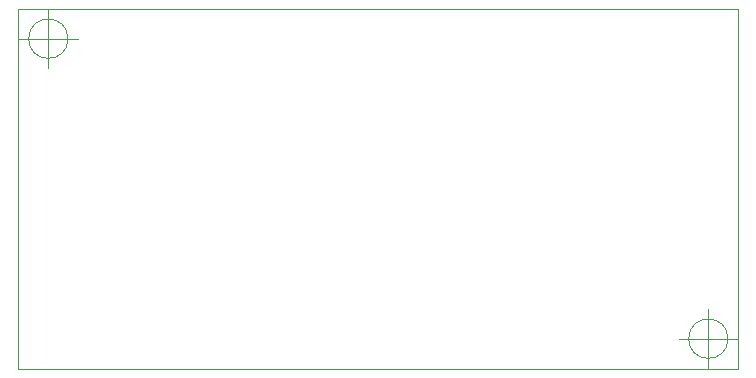
<source format=gbr>
%TF.GenerationSoftware,KiCad,Pcbnew,5.1.6-c6e7f7d~86~ubuntu18.04.1*%
%TF.CreationDate,2020-05-25T18:47:43+02:00*%
%TF.ProjectId,ft232rl_converter_v1,66743233-3272-46c5-9f63-6f6e76657274,1.0*%
%TF.SameCoordinates,PX4fefde0PY4d83c00*%
%TF.FileFunction,Profile,NP*%
%FSLAX46Y46*%
G04 Gerber Fmt 4.6, Leading zero omitted, Abs format (unit mm)*
G04 Created by KiCad (PCBNEW 5.1.6-c6e7f7d~86~ubuntu18.04.1) date 2020-05-25 18:47:43*
%MOMM*%
%LPD*%
G01*
G04 APERTURE LIST*
%TA.AperFunction,Profile*%
%ADD10C,0.050000*%
%TD*%
G04 APERTURE END LIST*
D10*
X60086666Y2540000D02*
G75*
G03*
X60086666Y2540000I-1666666J0D01*
G01*
X55920000Y2540000D02*
X60920000Y2540000D01*
X58420000Y5040000D02*
X58420000Y40000D01*
X4206666Y27940000D02*
G75*
G03*
X4206666Y27940000I-1666666J0D01*
G01*
X40000Y27940000D02*
X5040000Y27940000D01*
X2540000Y30440000D02*
X2540000Y25440000D01*
X60960000Y0D02*
X60960000Y30480000D01*
X0Y0D02*
X60960000Y0D01*
X0Y30480000D02*
X0Y0D01*
X60960000Y30480000D02*
X0Y30480000D01*
M02*

</source>
